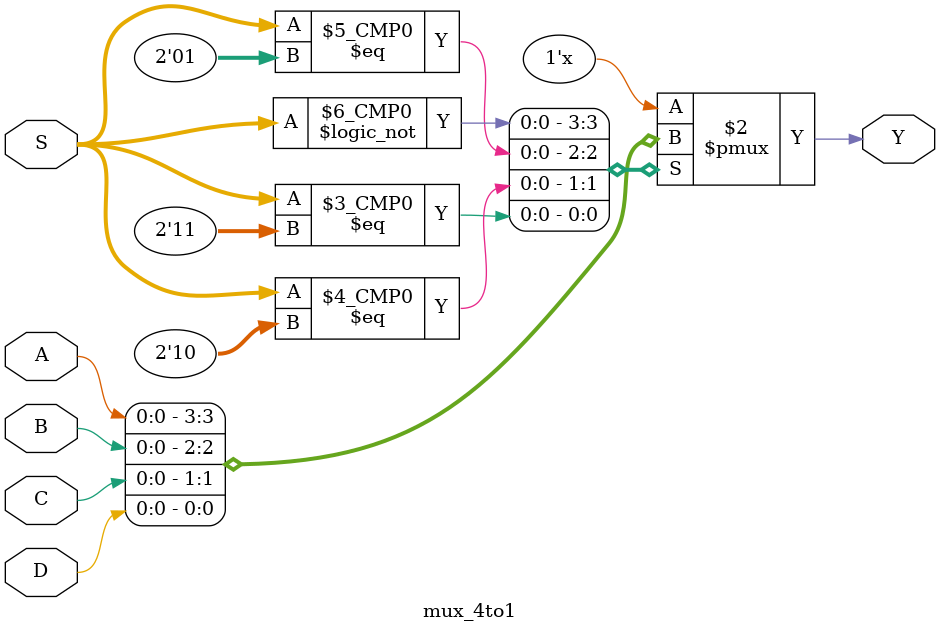
<source format=v>
module mux_4to1 (
    input [3:0] A, B, C, D,
    input [1:0] S,
    output reg Y
);

    always @*
        case (S)
            2'b00: Y = A;
            2'b01: Y = B;
            2'b10: Y = C;
            2'b11: Y = D;
        endcase

endmodule
</source>
